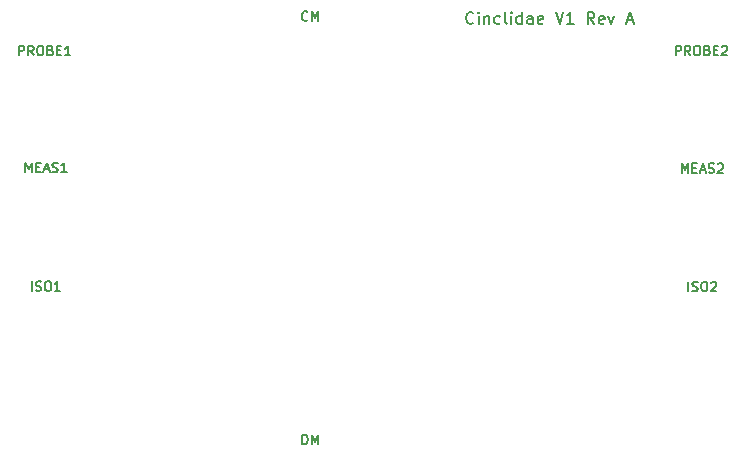
<source format=gbr>
%TF.GenerationSoftware,KiCad,Pcbnew,9.0.0-rc1*%
%TF.CreationDate,2025-01-29T12:40:29+01:00*%
%TF.ProjectId,Cinclidae,43696e63-6c69-4646-9165-2e6b69636164,rev?*%
%TF.SameCoordinates,PX8eb7a50PY5ee3fe0*%
%TF.FileFunction,Legend,Top*%
%TF.FilePolarity,Positive*%
%FSLAX46Y46*%
G04 Gerber Fmt 4.6, Leading zero omitted, Abs format (unit mm)*
G04 Created by KiCad (PCBNEW 9.0.0-rc1) date 2025-01-29 12:40:29*
%MOMM*%
%LPD*%
G01*
G04 APERTURE LIST*
%ADD10C,0.150000*%
G04 APERTURE END LIST*
D10*
X8548207Y17265420D02*
X8500588Y17217800D01*
X8500588Y17217800D02*
X8357731Y17170181D01*
X8357731Y17170181D02*
X8262493Y17170181D01*
X8262493Y17170181D02*
X8119636Y17217800D01*
X8119636Y17217800D02*
X8024398Y17313039D01*
X8024398Y17313039D02*
X7976779Y17408277D01*
X7976779Y17408277D02*
X7929160Y17598753D01*
X7929160Y17598753D02*
X7929160Y17741610D01*
X7929160Y17741610D02*
X7976779Y17932086D01*
X7976779Y17932086D02*
X8024398Y18027324D01*
X8024398Y18027324D02*
X8119636Y18122562D01*
X8119636Y18122562D02*
X8262493Y18170181D01*
X8262493Y18170181D02*
X8357731Y18170181D01*
X8357731Y18170181D02*
X8500588Y18122562D01*
X8500588Y18122562D02*
X8548207Y18074943D01*
X8976779Y17170181D02*
X8976779Y17836848D01*
X8976779Y18170181D02*
X8929160Y18122562D01*
X8929160Y18122562D02*
X8976779Y18074943D01*
X8976779Y18074943D02*
X9024398Y18122562D01*
X9024398Y18122562D02*
X8976779Y18170181D01*
X8976779Y18170181D02*
X8976779Y18074943D01*
X9452969Y17836848D02*
X9452969Y17170181D01*
X9452969Y17741610D02*
X9500588Y17789229D01*
X9500588Y17789229D02*
X9595826Y17836848D01*
X9595826Y17836848D02*
X9738683Y17836848D01*
X9738683Y17836848D02*
X9833921Y17789229D01*
X9833921Y17789229D02*
X9881540Y17693991D01*
X9881540Y17693991D02*
X9881540Y17170181D01*
X10786302Y17217800D02*
X10691064Y17170181D01*
X10691064Y17170181D02*
X10500588Y17170181D01*
X10500588Y17170181D02*
X10405350Y17217800D01*
X10405350Y17217800D02*
X10357731Y17265420D01*
X10357731Y17265420D02*
X10310112Y17360658D01*
X10310112Y17360658D02*
X10310112Y17646372D01*
X10310112Y17646372D02*
X10357731Y17741610D01*
X10357731Y17741610D02*
X10405350Y17789229D01*
X10405350Y17789229D02*
X10500588Y17836848D01*
X10500588Y17836848D02*
X10691064Y17836848D01*
X10691064Y17836848D02*
X10786302Y17789229D01*
X11357731Y17170181D02*
X11262493Y17217800D01*
X11262493Y17217800D02*
X11214874Y17313039D01*
X11214874Y17313039D02*
X11214874Y18170181D01*
X11738684Y17170181D02*
X11738684Y17836848D01*
X11738684Y18170181D02*
X11691065Y18122562D01*
X11691065Y18122562D02*
X11738684Y18074943D01*
X11738684Y18074943D02*
X11786303Y18122562D01*
X11786303Y18122562D02*
X11738684Y18170181D01*
X11738684Y18170181D02*
X11738684Y18074943D01*
X12643445Y17170181D02*
X12643445Y18170181D01*
X12643445Y17217800D02*
X12548207Y17170181D01*
X12548207Y17170181D02*
X12357731Y17170181D01*
X12357731Y17170181D02*
X12262493Y17217800D01*
X12262493Y17217800D02*
X12214874Y17265420D01*
X12214874Y17265420D02*
X12167255Y17360658D01*
X12167255Y17360658D02*
X12167255Y17646372D01*
X12167255Y17646372D02*
X12214874Y17741610D01*
X12214874Y17741610D02*
X12262493Y17789229D01*
X12262493Y17789229D02*
X12357731Y17836848D01*
X12357731Y17836848D02*
X12548207Y17836848D01*
X12548207Y17836848D02*
X12643445Y17789229D01*
X13548207Y17170181D02*
X13548207Y17693991D01*
X13548207Y17693991D02*
X13500588Y17789229D01*
X13500588Y17789229D02*
X13405350Y17836848D01*
X13405350Y17836848D02*
X13214874Y17836848D01*
X13214874Y17836848D02*
X13119636Y17789229D01*
X13548207Y17217800D02*
X13452969Y17170181D01*
X13452969Y17170181D02*
X13214874Y17170181D01*
X13214874Y17170181D02*
X13119636Y17217800D01*
X13119636Y17217800D02*
X13072017Y17313039D01*
X13072017Y17313039D02*
X13072017Y17408277D01*
X13072017Y17408277D02*
X13119636Y17503515D01*
X13119636Y17503515D02*
X13214874Y17551134D01*
X13214874Y17551134D02*
X13452969Y17551134D01*
X13452969Y17551134D02*
X13548207Y17598753D01*
X14405350Y17217800D02*
X14310112Y17170181D01*
X14310112Y17170181D02*
X14119636Y17170181D01*
X14119636Y17170181D02*
X14024398Y17217800D01*
X14024398Y17217800D02*
X13976779Y17313039D01*
X13976779Y17313039D02*
X13976779Y17693991D01*
X13976779Y17693991D02*
X14024398Y17789229D01*
X14024398Y17789229D02*
X14119636Y17836848D01*
X14119636Y17836848D02*
X14310112Y17836848D01*
X14310112Y17836848D02*
X14405350Y17789229D01*
X14405350Y17789229D02*
X14452969Y17693991D01*
X14452969Y17693991D02*
X14452969Y17598753D01*
X14452969Y17598753D02*
X13976779Y17503515D01*
X15500589Y18170181D02*
X15833922Y17170181D01*
X15833922Y17170181D02*
X16167255Y18170181D01*
X17024398Y17170181D02*
X16452970Y17170181D01*
X16738684Y17170181D02*
X16738684Y18170181D01*
X16738684Y18170181D02*
X16643446Y18027324D01*
X16643446Y18027324D02*
X16548208Y17932086D01*
X16548208Y17932086D02*
X16452970Y17884467D01*
X18786303Y17170181D02*
X18452970Y17646372D01*
X18214875Y17170181D02*
X18214875Y18170181D01*
X18214875Y18170181D02*
X18595827Y18170181D01*
X18595827Y18170181D02*
X18691065Y18122562D01*
X18691065Y18122562D02*
X18738684Y18074943D01*
X18738684Y18074943D02*
X18786303Y17979705D01*
X18786303Y17979705D02*
X18786303Y17836848D01*
X18786303Y17836848D02*
X18738684Y17741610D01*
X18738684Y17741610D02*
X18691065Y17693991D01*
X18691065Y17693991D02*
X18595827Y17646372D01*
X18595827Y17646372D02*
X18214875Y17646372D01*
X19595827Y17217800D02*
X19500589Y17170181D01*
X19500589Y17170181D02*
X19310113Y17170181D01*
X19310113Y17170181D02*
X19214875Y17217800D01*
X19214875Y17217800D02*
X19167256Y17313039D01*
X19167256Y17313039D02*
X19167256Y17693991D01*
X19167256Y17693991D02*
X19214875Y17789229D01*
X19214875Y17789229D02*
X19310113Y17836848D01*
X19310113Y17836848D02*
X19500589Y17836848D01*
X19500589Y17836848D02*
X19595827Y17789229D01*
X19595827Y17789229D02*
X19643446Y17693991D01*
X19643446Y17693991D02*
X19643446Y17598753D01*
X19643446Y17598753D02*
X19167256Y17503515D01*
X19976780Y17836848D02*
X20214875Y17170181D01*
X20214875Y17170181D02*
X20452970Y17836848D01*
X21548209Y17455896D02*
X22024399Y17455896D01*
X21452971Y17170181D02*
X21786304Y18170181D01*
X21786304Y18170181D02*
X22119637Y17170181D01*
X-28860952Y-5442295D02*
X-28860952Y-4642295D01*
X-28518096Y-5404200D02*
X-28403810Y-5442295D01*
X-28403810Y-5442295D02*
X-28213334Y-5442295D01*
X-28213334Y-5442295D02*
X-28137143Y-5404200D01*
X-28137143Y-5404200D02*
X-28099048Y-5366104D01*
X-28099048Y-5366104D02*
X-28060953Y-5289914D01*
X-28060953Y-5289914D02*
X-28060953Y-5213723D01*
X-28060953Y-5213723D02*
X-28099048Y-5137533D01*
X-28099048Y-5137533D02*
X-28137143Y-5099438D01*
X-28137143Y-5099438D02*
X-28213334Y-5061342D01*
X-28213334Y-5061342D02*
X-28365715Y-5023247D01*
X-28365715Y-5023247D02*
X-28441905Y-4985152D01*
X-28441905Y-4985152D02*
X-28480000Y-4947057D01*
X-28480000Y-4947057D02*
X-28518096Y-4870866D01*
X-28518096Y-4870866D02*
X-28518096Y-4794676D01*
X-28518096Y-4794676D02*
X-28480000Y-4718485D01*
X-28480000Y-4718485D02*
X-28441905Y-4680390D01*
X-28441905Y-4680390D02*
X-28365715Y-4642295D01*
X-28365715Y-4642295D02*
X-28175238Y-4642295D01*
X-28175238Y-4642295D02*
X-28060953Y-4680390D01*
X-27565714Y-4642295D02*
X-27413333Y-4642295D01*
X-27413333Y-4642295D02*
X-27337143Y-4680390D01*
X-27337143Y-4680390D02*
X-27260952Y-4756580D01*
X-27260952Y-4756580D02*
X-27222857Y-4908961D01*
X-27222857Y-4908961D02*
X-27222857Y-5175628D01*
X-27222857Y-5175628D02*
X-27260952Y-5328009D01*
X-27260952Y-5328009D02*
X-27337143Y-5404200D01*
X-27337143Y-5404200D02*
X-27413333Y-5442295D01*
X-27413333Y-5442295D02*
X-27565714Y-5442295D01*
X-27565714Y-5442295D02*
X-27641905Y-5404200D01*
X-27641905Y-5404200D02*
X-27718095Y-5328009D01*
X-27718095Y-5328009D02*
X-27756191Y-5175628D01*
X-27756191Y-5175628D02*
X-27756191Y-4908961D01*
X-27756191Y-4908961D02*
X-27718095Y-4756580D01*
X-27718095Y-4756580D02*
X-27641905Y-4680390D01*
X-27641905Y-4680390D02*
X-27565714Y-4642295D01*
X-26460953Y-5442295D02*
X-26918096Y-5442295D01*
X-26689524Y-5442295D02*
X-26689524Y-4642295D01*
X-26689524Y-4642295D02*
X-26765715Y-4756580D01*
X-26765715Y-4756580D02*
X-26841905Y-4832771D01*
X-26841905Y-4832771D02*
X-26918096Y-4870866D01*
X-29961429Y14507705D02*
X-29961429Y15307705D01*
X-29961429Y15307705D02*
X-29656667Y15307705D01*
X-29656667Y15307705D02*
X-29580477Y15269610D01*
X-29580477Y15269610D02*
X-29542382Y15231515D01*
X-29542382Y15231515D02*
X-29504286Y15155324D01*
X-29504286Y15155324D02*
X-29504286Y15041039D01*
X-29504286Y15041039D02*
X-29542382Y14964848D01*
X-29542382Y14964848D02*
X-29580477Y14926753D01*
X-29580477Y14926753D02*
X-29656667Y14888658D01*
X-29656667Y14888658D02*
X-29961429Y14888658D01*
X-28704286Y14507705D02*
X-28970953Y14888658D01*
X-29161429Y14507705D02*
X-29161429Y15307705D01*
X-29161429Y15307705D02*
X-28856667Y15307705D01*
X-28856667Y15307705D02*
X-28780477Y15269610D01*
X-28780477Y15269610D02*
X-28742382Y15231515D01*
X-28742382Y15231515D02*
X-28704286Y15155324D01*
X-28704286Y15155324D02*
X-28704286Y15041039D01*
X-28704286Y15041039D02*
X-28742382Y14964848D01*
X-28742382Y14964848D02*
X-28780477Y14926753D01*
X-28780477Y14926753D02*
X-28856667Y14888658D01*
X-28856667Y14888658D02*
X-29161429Y14888658D01*
X-28209048Y15307705D02*
X-28056667Y15307705D01*
X-28056667Y15307705D02*
X-27980477Y15269610D01*
X-27980477Y15269610D02*
X-27904286Y15193420D01*
X-27904286Y15193420D02*
X-27866191Y15041039D01*
X-27866191Y15041039D02*
X-27866191Y14774372D01*
X-27866191Y14774372D02*
X-27904286Y14621991D01*
X-27904286Y14621991D02*
X-27980477Y14545800D01*
X-27980477Y14545800D02*
X-28056667Y14507705D01*
X-28056667Y14507705D02*
X-28209048Y14507705D01*
X-28209048Y14507705D02*
X-28285239Y14545800D01*
X-28285239Y14545800D02*
X-28361429Y14621991D01*
X-28361429Y14621991D02*
X-28399525Y14774372D01*
X-28399525Y14774372D02*
X-28399525Y15041039D01*
X-28399525Y15041039D02*
X-28361429Y15193420D01*
X-28361429Y15193420D02*
X-28285239Y15269610D01*
X-28285239Y15269610D02*
X-28209048Y15307705D01*
X-27256668Y14926753D02*
X-27142382Y14888658D01*
X-27142382Y14888658D02*
X-27104287Y14850562D01*
X-27104287Y14850562D02*
X-27066191Y14774372D01*
X-27066191Y14774372D02*
X-27066191Y14660086D01*
X-27066191Y14660086D02*
X-27104287Y14583896D01*
X-27104287Y14583896D02*
X-27142382Y14545800D01*
X-27142382Y14545800D02*
X-27218572Y14507705D01*
X-27218572Y14507705D02*
X-27523334Y14507705D01*
X-27523334Y14507705D02*
X-27523334Y15307705D01*
X-27523334Y15307705D02*
X-27256668Y15307705D01*
X-27256668Y15307705D02*
X-27180477Y15269610D01*
X-27180477Y15269610D02*
X-27142382Y15231515D01*
X-27142382Y15231515D02*
X-27104287Y15155324D01*
X-27104287Y15155324D02*
X-27104287Y15079134D01*
X-27104287Y15079134D02*
X-27142382Y15002943D01*
X-27142382Y15002943D02*
X-27180477Y14964848D01*
X-27180477Y14964848D02*
X-27256668Y14926753D01*
X-27256668Y14926753D02*
X-27523334Y14926753D01*
X-26723334Y14926753D02*
X-26456668Y14926753D01*
X-26342382Y14507705D02*
X-26723334Y14507705D01*
X-26723334Y14507705D02*
X-26723334Y15307705D01*
X-26723334Y15307705D02*
X-26342382Y15307705D01*
X-25580477Y14507705D02*
X-26037620Y14507705D01*
X-25809048Y14507705D02*
X-25809048Y15307705D01*
X-25809048Y15307705D02*
X-25885239Y15193420D01*
X-25885239Y15193420D02*
X-25961429Y15117229D01*
X-25961429Y15117229D02*
X-26037620Y15079134D01*
X26719048Y-5462295D02*
X26719048Y-4662295D01*
X27061904Y-5424200D02*
X27176190Y-5462295D01*
X27176190Y-5462295D02*
X27366666Y-5462295D01*
X27366666Y-5462295D02*
X27442857Y-5424200D01*
X27442857Y-5424200D02*
X27480952Y-5386104D01*
X27480952Y-5386104D02*
X27519047Y-5309914D01*
X27519047Y-5309914D02*
X27519047Y-5233723D01*
X27519047Y-5233723D02*
X27480952Y-5157533D01*
X27480952Y-5157533D02*
X27442857Y-5119438D01*
X27442857Y-5119438D02*
X27366666Y-5081342D01*
X27366666Y-5081342D02*
X27214285Y-5043247D01*
X27214285Y-5043247D02*
X27138095Y-5005152D01*
X27138095Y-5005152D02*
X27100000Y-4967057D01*
X27100000Y-4967057D02*
X27061904Y-4890866D01*
X27061904Y-4890866D02*
X27061904Y-4814676D01*
X27061904Y-4814676D02*
X27100000Y-4738485D01*
X27100000Y-4738485D02*
X27138095Y-4700390D01*
X27138095Y-4700390D02*
X27214285Y-4662295D01*
X27214285Y-4662295D02*
X27404762Y-4662295D01*
X27404762Y-4662295D02*
X27519047Y-4700390D01*
X28014286Y-4662295D02*
X28166667Y-4662295D01*
X28166667Y-4662295D02*
X28242857Y-4700390D01*
X28242857Y-4700390D02*
X28319048Y-4776580D01*
X28319048Y-4776580D02*
X28357143Y-4928961D01*
X28357143Y-4928961D02*
X28357143Y-5195628D01*
X28357143Y-5195628D02*
X28319048Y-5348009D01*
X28319048Y-5348009D02*
X28242857Y-5424200D01*
X28242857Y-5424200D02*
X28166667Y-5462295D01*
X28166667Y-5462295D02*
X28014286Y-5462295D01*
X28014286Y-5462295D02*
X27938095Y-5424200D01*
X27938095Y-5424200D02*
X27861905Y-5348009D01*
X27861905Y-5348009D02*
X27823809Y-5195628D01*
X27823809Y-5195628D02*
X27823809Y-4928961D01*
X27823809Y-4928961D02*
X27861905Y-4776580D01*
X27861905Y-4776580D02*
X27938095Y-4700390D01*
X27938095Y-4700390D02*
X28014286Y-4662295D01*
X28661904Y-4738485D02*
X28700000Y-4700390D01*
X28700000Y-4700390D02*
X28776190Y-4662295D01*
X28776190Y-4662295D02*
X28966666Y-4662295D01*
X28966666Y-4662295D02*
X29042857Y-4700390D01*
X29042857Y-4700390D02*
X29080952Y-4738485D01*
X29080952Y-4738485D02*
X29119047Y-4814676D01*
X29119047Y-4814676D02*
X29119047Y-4890866D01*
X29119047Y-4890866D02*
X29080952Y-5005152D01*
X29080952Y-5005152D02*
X28623809Y-5462295D01*
X28623809Y-5462295D02*
X29119047Y-5462295D01*
X25658571Y14517705D02*
X25658571Y15317705D01*
X25658571Y15317705D02*
X25963333Y15317705D01*
X25963333Y15317705D02*
X26039523Y15279610D01*
X26039523Y15279610D02*
X26077618Y15241515D01*
X26077618Y15241515D02*
X26115714Y15165324D01*
X26115714Y15165324D02*
X26115714Y15051039D01*
X26115714Y15051039D02*
X26077618Y14974848D01*
X26077618Y14974848D02*
X26039523Y14936753D01*
X26039523Y14936753D02*
X25963333Y14898658D01*
X25963333Y14898658D02*
X25658571Y14898658D01*
X26915714Y14517705D02*
X26649047Y14898658D01*
X26458571Y14517705D02*
X26458571Y15317705D01*
X26458571Y15317705D02*
X26763333Y15317705D01*
X26763333Y15317705D02*
X26839523Y15279610D01*
X26839523Y15279610D02*
X26877618Y15241515D01*
X26877618Y15241515D02*
X26915714Y15165324D01*
X26915714Y15165324D02*
X26915714Y15051039D01*
X26915714Y15051039D02*
X26877618Y14974848D01*
X26877618Y14974848D02*
X26839523Y14936753D01*
X26839523Y14936753D02*
X26763333Y14898658D01*
X26763333Y14898658D02*
X26458571Y14898658D01*
X27410952Y15317705D02*
X27563333Y15317705D01*
X27563333Y15317705D02*
X27639523Y15279610D01*
X27639523Y15279610D02*
X27715714Y15203420D01*
X27715714Y15203420D02*
X27753809Y15051039D01*
X27753809Y15051039D02*
X27753809Y14784372D01*
X27753809Y14784372D02*
X27715714Y14631991D01*
X27715714Y14631991D02*
X27639523Y14555800D01*
X27639523Y14555800D02*
X27563333Y14517705D01*
X27563333Y14517705D02*
X27410952Y14517705D01*
X27410952Y14517705D02*
X27334761Y14555800D01*
X27334761Y14555800D02*
X27258571Y14631991D01*
X27258571Y14631991D02*
X27220475Y14784372D01*
X27220475Y14784372D02*
X27220475Y15051039D01*
X27220475Y15051039D02*
X27258571Y15203420D01*
X27258571Y15203420D02*
X27334761Y15279610D01*
X27334761Y15279610D02*
X27410952Y15317705D01*
X28363332Y14936753D02*
X28477618Y14898658D01*
X28477618Y14898658D02*
X28515713Y14860562D01*
X28515713Y14860562D02*
X28553809Y14784372D01*
X28553809Y14784372D02*
X28553809Y14670086D01*
X28553809Y14670086D02*
X28515713Y14593896D01*
X28515713Y14593896D02*
X28477618Y14555800D01*
X28477618Y14555800D02*
X28401428Y14517705D01*
X28401428Y14517705D02*
X28096666Y14517705D01*
X28096666Y14517705D02*
X28096666Y15317705D01*
X28096666Y15317705D02*
X28363332Y15317705D01*
X28363332Y15317705D02*
X28439523Y15279610D01*
X28439523Y15279610D02*
X28477618Y15241515D01*
X28477618Y15241515D02*
X28515713Y15165324D01*
X28515713Y15165324D02*
X28515713Y15089134D01*
X28515713Y15089134D02*
X28477618Y15012943D01*
X28477618Y15012943D02*
X28439523Y14974848D01*
X28439523Y14974848D02*
X28363332Y14936753D01*
X28363332Y14936753D02*
X28096666Y14936753D01*
X28896666Y14936753D02*
X29163332Y14936753D01*
X29277618Y14517705D02*
X28896666Y14517705D01*
X28896666Y14517705D02*
X28896666Y15317705D01*
X28896666Y15317705D02*
X29277618Y15317705D01*
X29582380Y15241515D02*
X29620476Y15279610D01*
X29620476Y15279610D02*
X29696666Y15317705D01*
X29696666Y15317705D02*
X29887142Y15317705D01*
X29887142Y15317705D02*
X29963333Y15279610D01*
X29963333Y15279610D02*
X30001428Y15241515D01*
X30001428Y15241515D02*
X30039523Y15165324D01*
X30039523Y15165324D02*
X30039523Y15089134D01*
X30039523Y15089134D02*
X30001428Y14974848D01*
X30001428Y14974848D02*
X29544285Y14517705D01*
X29544285Y14517705D02*
X30039523Y14517705D01*
X26166666Y4547705D02*
X26166666Y5347705D01*
X26166666Y5347705D02*
X26433332Y4776277D01*
X26433332Y4776277D02*
X26699999Y5347705D01*
X26699999Y5347705D02*
X26699999Y4547705D01*
X27080952Y4966753D02*
X27347618Y4966753D01*
X27461904Y4547705D02*
X27080952Y4547705D01*
X27080952Y4547705D02*
X27080952Y5347705D01*
X27080952Y5347705D02*
X27461904Y5347705D01*
X27766666Y4776277D02*
X28147619Y4776277D01*
X27690476Y4547705D02*
X27957143Y5347705D01*
X27957143Y5347705D02*
X28223809Y4547705D01*
X28452380Y4585800D02*
X28566666Y4547705D01*
X28566666Y4547705D02*
X28757142Y4547705D01*
X28757142Y4547705D02*
X28833333Y4585800D01*
X28833333Y4585800D02*
X28871428Y4623896D01*
X28871428Y4623896D02*
X28909523Y4700086D01*
X28909523Y4700086D02*
X28909523Y4776277D01*
X28909523Y4776277D02*
X28871428Y4852467D01*
X28871428Y4852467D02*
X28833333Y4890562D01*
X28833333Y4890562D02*
X28757142Y4928658D01*
X28757142Y4928658D02*
X28604761Y4966753D01*
X28604761Y4966753D02*
X28528571Y5004848D01*
X28528571Y5004848D02*
X28490476Y5042943D01*
X28490476Y5042943D02*
X28452380Y5119134D01*
X28452380Y5119134D02*
X28452380Y5195324D01*
X28452380Y5195324D02*
X28490476Y5271515D01*
X28490476Y5271515D02*
X28528571Y5309610D01*
X28528571Y5309610D02*
X28604761Y5347705D01*
X28604761Y5347705D02*
X28795238Y5347705D01*
X28795238Y5347705D02*
X28909523Y5309610D01*
X29214285Y5271515D02*
X29252381Y5309610D01*
X29252381Y5309610D02*
X29328571Y5347705D01*
X29328571Y5347705D02*
X29519047Y5347705D01*
X29519047Y5347705D02*
X29595238Y5309610D01*
X29595238Y5309610D02*
X29633333Y5271515D01*
X29633333Y5271515D02*
X29671428Y5195324D01*
X29671428Y5195324D02*
X29671428Y5119134D01*
X29671428Y5119134D02*
X29633333Y5004848D01*
X29633333Y5004848D02*
X29176190Y4547705D01*
X29176190Y4547705D02*
X29671428Y4547705D01*
X-5946667Y-18422295D02*
X-5946667Y-17622295D01*
X-5946667Y-17622295D02*
X-5756191Y-17622295D01*
X-5756191Y-17622295D02*
X-5641905Y-17660390D01*
X-5641905Y-17660390D02*
X-5565715Y-17736580D01*
X-5565715Y-17736580D02*
X-5527620Y-17812771D01*
X-5527620Y-17812771D02*
X-5489524Y-17965152D01*
X-5489524Y-17965152D02*
X-5489524Y-18079438D01*
X-5489524Y-18079438D02*
X-5527620Y-18231819D01*
X-5527620Y-18231819D02*
X-5565715Y-18308009D01*
X-5565715Y-18308009D02*
X-5641905Y-18384200D01*
X-5641905Y-18384200D02*
X-5756191Y-18422295D01*
X-5756191Y-18422295D02*
X-5946667Y-18422295D01*
X-5146667Y-18422295D02*
X-5146667Y-17622295D01*
X-5146667Y-17622295D02*
X-4880001Y-18193723D01*
X-4880001Y-18193723D02*
X-4613334Y-17622295D01*
X-4613334Y-17622295D02*
X-4613334Y-18422295D01*
X-5509524Y17503896D02*
X-5547620Y17465800D01*
X-5547620Y17465800D02*
X-5661905Y17427705D01*
X-5661905Y17427705D02*
X-5738096Y17427705D01*
X-5738096Y17427705D02*
X-5852382Y17465800D01*
X-5852382Y17465800D02*
X-5928572Y17541991D01*
X-5928572Y17541991D02*
X-5966667Y17618181D01*
X-5966667Y17618181D02*
X-6004763Y17770562D01*
X-6004763Y17770562D02*
X-6004763Y17884848D01*
X-6004763Y17884848D02*
X-5966667Y18037229D01*
X-5966667Y18037229D02*
X-5928572Y18113420D01*
X-5928572Y18113420D02*
X-5852382Y18189610D01*
X-5852382Y18189610D02*
X-5738096Y18227705D01*
X-5738096Y18227705D02*
X-5661905Y18227705D01*
X-5661905Y18227705D02*
X-5547620Y18189610D01*
X-5547620Y18189610D02*
X-5509524Y18151515D01*
X-5166667Y17427705D02*
X-5166667Y18227705D01*
X-5166667Y18227705D02*
X-4900001Y17656277D01*
X-4900001Y17656277D02*
X-4633334Y18227705D01*
X-4633334Y18227705D02*
X-4633334Y17427705D01*
X-29393334Y4617705D02*
X-29393334Y5417705D01*
X-29393334Y5417705D02*
X-29126668Y4846277D01*
X-29126668Y4846277D02*
X-28860001Y5417705D01*
X-28860001Y5417705D02*
X-28860001Y4617705D01*
X-28479048Y5036753D02*
X-28212382Y5036753D01*
X-28098096Y4617705D02*
X-28479048Y4617705D01*
X-28479048Y4617705D02*
X-28479048Y5417705D01*
X-28479048Y5417705D02*
X-28098096Y5417705D01*
X-27793334Y4846277D02*
X-27412381Y4846277D01*
X-27869524Y4617705D02*
X-27602857Y5417705D01*
X-27602857Y5417705D02*
X-27336191Y4617705D01*
X-27107620Y4655800D02*
X-26993334Y4617705D01*
X-26993334Y4617705D02*
X-26802858Y4617705D01*
X-26802858Y4617705D02*
X-26726667Y4655800D01*
X-26726667Y4655800D02*
X-26688572Y4693896D01*
X-26688572Y4693896D02*
X-26650477Y4770086D01*
X-26650477Y4770086D02*
X-26650477Y4846277D01*
X-26650477Y4846277D02*
X-26688572Y4922467D01*
X-26688572Y4922467D02*
X-26726667Y4960562D01*
X-26726667Y4960562D02*
X-26802858Y4998658D01*
X-26802858Y4998658D02*
X-26955239Y5036753D01*
X-26955239Y5036753D02*
X-27031429Y5074848D01*
X-27031429Y5074848D02*
X-27069524Y5112943D01*
X-27069524Y5112943D02*
X-27107620Y5189134D01*
X-27107620Y5189134D02*
X-27107620Y5265324D01*
X-27107620Y5265324D02*
X-27069524Y5341515D01*
X-27069524Y5341515D02*
X-27031429Y5379610D01*
X-27031429Y5379610D02*
X-26955239Y5417705D01*
X-26955239Y5417705D02*
X-26764762Y5417705D01*
X-26764762Y5417705D02*
X-26650477Y5379610D01*
X-25888572Y4617705D02*
X-26345715Y4617705D01*
X-26117143Y4617705D02*
X-26117143Y5417705D01*
X-26117143Y5417705D02*
X-26193334Y5303420D01*
X-26193334Y5303420D02*
X-26269524Y5227229D01*
X-26269524Y5227229D02*
X-26345715Y5189134D01*
M02*

</source>
